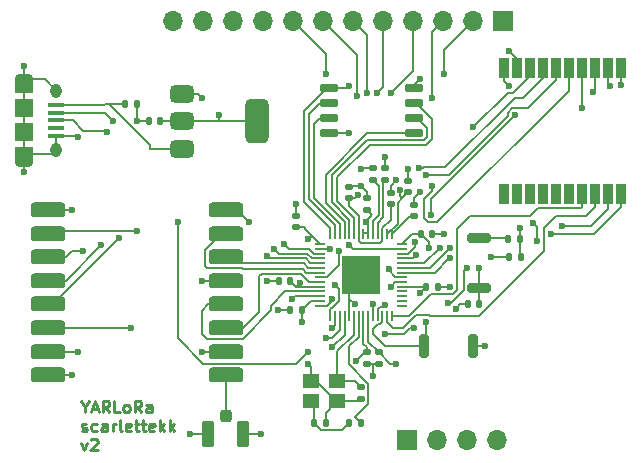
<source format=gbr>
%TF.GenerationSoftware,KiCad,Pcbnew,8.0.4*%
%TF.CreationDate,2024-08-04T16:14:02-04:00*%
%TF.ProjectId,board,626f6172-642e-46b6-9963-61645f706362,rev?*%
%TF.SameCoordinates,Original*%
%TF.FileFunction,Copper,L1,Top*%
%TF.FilePolarity,Positive*%
%FSLAX46Y46*%
G04 Gerber Fmt 4.6, Leading zero omitted, Abs format (unit mm)*
G04 Created by KiCad (PCBNEW 8.0.4) date 2024-08-04 16:14:02*
%MOMM*%
%LPD*%
G01*
G04 APERTURE LIST*
G04 Aperture macros list*
%AMRoundRect*
0 Rectangle with rounded corners*
0 $1 Rounding radius*
0 $2 $3 $4 $5 $6 $7 $8 $9 X,Y pos of 4 corners*
0 Add a 4 corners polygon primitive as box body*
4,1,4,$2,$3,$4,$5,$6,$7,$8,$9,$2,$3,0*
0 Add four circle primitives for the rounded corners*
1,1,$1+$1,$2,$3*
1,1,$1+$1,$4,$5*
1,1,$1+$1,$6,$7*
1,1,$1+$1,$8,$9*
0 Add four rect primitives between the rounded corners*
20,1,$1+$1,$2,$3,$4,$5,0*
20,1,$1+$1,$4,$5,$6,$7,0*
20,1,$1+$1,$6,$7,$8,$9,0*
20,1,$1+$1,$8,$9,$2,$3,0*%
G04 Aperture macros list end*
%ADD10C,0.250000*%
%TA.AperFunction,NonConductor*%
%ADD11C,0.250000*%
%TD*%
%TA.AperFunction,SMDPad,CuDef*%
%ADD12RoundRect,0.200000X0.800000X-0.200000X0.800000X0.200000X-0.800000X0.200000X-0.800000X-0.200000X0*%
%TD*%
%TA.AperFunction,SMDPad,CuDef*%
%ADD13RoundRect,0.140000X-0.170000X0.140000X-0.170000X-0.140000X0.170000X-0.140000X0.170000X0.140000X0*%
%TD*%
%TA.AperFunction,SMDPad,CuDef*%
%ADD14RoundRect,0.135000X-0.185000X0.135000X-0.185000X-0.135000X0.185000X-0.135000X0.185000X0.135000X0*%
%TD*%
%TA.AperFunction,SMDPad,CuDef*%
%ADD15RoundRect,0.200000X0.200000X0.800000X-0.200000X0.800000X-0.200000X-0.800000X0.200000X-0.800000X0*%
%TD*%
%TA.AperFunction,ComponentPad*%
%ADD16R,1.700000X1.700000*%
%TD*%
%TA.AperFunction,ComponentPad*%
%ADD17O,1.700000X1.700000*%
%TD*%
%TA.AperFunction,SMDPad,CuDef*%
%ADD18RoundRect,0.140000X0.140000X0.170000X-0.140000X0.170000X-0.140000X-0.170000X0.140000X-0.170000X0*%
%TD*%
%TA.AperFunction,SMDPad,CuDef*%
%ADD19RoundRect,0.140000X0.170000X-0.140000X0.170000X0.140000X-0.170000X0.140000X-0.170000X-0.140000X0*%
%TD*%
%TA.AperFunction,SMDPad,CuDef*%
%ADD20RoundRect,0.135000X-0.135000X-0.185000X0.135000X-0.185000X0.135000X0.185000X-0.135000X0.185000X0*%
%TD*%
%TA.AperFunction,SMDPad,CuDef*%
%ADD21RoundRect,0.317500X-1.157500X-0.317500X1.157500X-0.317500X1.157500X0.317500X-1.157500X0.317500X0*%
%TD*%
%TA.AperFunction,SMDPad,CuDef*%
%ADD22RoundRect,0.140000X-0.140000X-0.170000X0.140000X-0.170000X0.140000X0.170000X-0.140000X0.170000X0*%
%TD*%
%TA.AperFunction,SMDPad,CuDef*%
%ADD23RoundRect,0.375000X-0.625000X-0.375000X0.625000X-0.375000X0.625000X0.375000X-0.625000X0.375000X0*%
%TD*%
%TA.AperFunction,SMDPad,CuDef*%
%ADD24RoundRect,0.500000X-0.500000X-1.400000X0.500000X-1.400000X0.500000X1.400000X-0.500000X1.400000X0*%
%TD*%
%TA.AperFunction,SMDPad,CuDef*%
%ADD25RoundRect,0.150000X-0.650000X-0.150000X0.650000X-0.150000X0.650000X0.150000X-0.650000X0.150000X0*%
%TD*%
%TA.AperFunction,SMDPad,CuDef*%
%ADD26R,1.350000X0.400000*%
%TD*%
%TA.AperFunction,ComponentPad*%
%ADD27O,1.550000X0.890000*%
%TD*%
%TA.AperFunction,SMDPad,CuDef*%
%ADD28R,1.550000X1.200000*%
%TD*%
%TA.AperFunction,ComponentPad*%
%ADD29O,0.950000X1.250000*%
%TD*%
%TA.AperFunction,SMDPad,CuDef*%
%ADD30R,1.550000X1.500000*%
%TD*%
%TA.AperFunction,SMDPad,CuDef*%
%ADD31R,0.900000X1.800000*%
%TD*%
%TA.AperFunction,SMDPad,CuDef*%
%ADD32RoundRect,0.050000X-0.387500X-0.050000X0.387500X-0.050000X0.387500X0.050000X-0.387500X0.050000X0*%
%TD*%
%TA.AperFunction,SMDPad,CuDef*%
%ADD33RoundRect,0.050000X-0.050000X-0.387500X0.050000X-0.387500X0.050000X0.387500X-0.050000X0.387500X0*%
%TD*%
%TA.AperFunction,HeatsinkPad*%
%ADD34R,3.200000X3.200000*%
%TD*%
%TA.AperFunction,SMDPad,CuDef*%
%ADD35R,1.400000X1.200000*%
%TD*%
%TA.AperFunction,SMDPad,CuDef*%
%ADD36RoundRect,0.135000X0.135000X0.185000X-0.135000X0.185000X-0.135000X-0.185000X0.135000X-0.185000X0*%
%TD*%
%TA.AperFunction,SMDPad,CuDef*%
%ADD37RoundRect,0.250000X-0.250000X0.275000X-0.250000X-0.275000X0.250000X-0.275000X0.250000X0.275000X0*%
%TD*%
%TA.AperFunction,SMDPad,CuDef*%
%ADD38RoundRect,0.250000X-0.275000X0.850000X-0.275000X-0.850000X0.275000X-0.850000X0.275000X0.850000X0*%
%TD*%
%TA.AperFunction,ViaPad*%
%ADD39C,0.600000*%
%TD*%
%TA.AperFunction,Conductor*%
%ADD40C,0.200000*%
%TD*%
G04 APERTURE END LIST*
D10*
D11*
X48593044Y-61168540D02*
X48593044Y-61644731D01*
X48259711Y-60644731D02*
X48593044Y-61168540D01*
X48593044Y-61168540D02*
X48926377Y-60644731D01*
X49212092Y-61359016D02*
X49688282Y-61359016D01*
X49116854Y-61644731D02*
X49450187Y-60644731D01*
X49450187Y-60644731D02*
X49783520Y-61644731D01*
X50688282Y-61644731D02*
X50354949Y-61168540D01*
X50116854Y-61644731D02*
X50116854Y-60644731D01*
X50116854Y-60644731D02*
X50497806Y-60644731D01*
X50497806Y-60644731D02*
X50593044Y-60692350D01*
X50593044Y-60692350D02*
X50640663Y-60739969D01*
X50640663Y-60739969D02*
X50688282Y-60835207D01*
X50688282Y-60835207D02*
X50688282Y-60978064D01*
X50688282Y-60978064D02*
X50640663Y-61073302D01*
X50640663Y-61073302D02*
X50593044Y-61120921D01*
X50593044Y-61120921D02*
X50497806Y-61168540D01*
X50497806Y-61168540D02*
X50116854Y-61168540D01*
X51593044Y-61644731D02*
X51116854Y-61644731D01*
X51116854Y-61644731D02*
X51116854Y-60644731D01*
X52069235Y-61644731D02*
X51973997Y-61597112D01*
X51973997Y-61597112D02*
X51926378Y-61549492D01*
X51926378Y-61549492D02*
X51878759Y-61454254D01*
X51878759Y-61454254D02*
X51878759Y-61168540D01*
X51878759Y-61168540D02*
X51926378Y-61073302D01*
X51926378Y-61073302D02*
X51973997Y-61025683D01*
X51973997Y-61025683D02*
X52069235Y-60978064D01*
X52069235Y-60978064D02*
X52212092Y-60978064D01*
X52212092Y-60978064D02*
X52307330Y-61025683D01*
X52307330Y-61025683D02*
X52354949Y-61073302D01*
X52354949Y-61073302D02*
X52402568Y-61168540D01*
X52402568Y-61168540D02*
X52402568Y-61454254D01*
X52402568Y-61454254D02*
X52354949Y-61549492D01*
X52354949Y-61549492D02*
X52307330Y-61597112D01*
X52307330Y-61597112D02*
X52212092Y-61644731D01*
X52212092Y-61644731D02*
X52069235Y-61644731D01*
X53402568Y-61644731D02*
X53069235Y-61168540D01*
X52831140Y-61644731D02*
X52831140Y-60644731D01*
X52831140Y-60644731D02*
X53212092Y-60644731D01*
X53212092Y-60644731D02*
X53307330Y-60692350D01*
X53307330Y-60692350D02*
X53354949Y-60739969D01*
X53354949Y-60739969D02*
X53402568Y-60835207D01*
X53402568Y-60835207D02*
X53402568Y-60978064D01*
X53402568Y-60978064D02*
X53354949Y-61073302D01*
X53354949Y-61073302D02*
X53307330Y-61120921D01*
X53307330Y-61120921D02*
X53212092Y-61168540D01*
X53212092Y-61168540D02*
X52831140Y-61168540D01*
X54259711Y-61644731D02*
X54259711Y-61120921D01*
X54259711Y-61120921D02*
X54212092Y-61025683D01*
X54212092Y-61025683D02*
X54116854Y-60978064D01*
X54116854Y-60978064D02*
X53926378Y-60978064D01*
X53926378Y-60978064D02*
X53831140Y-61025683D01*
X54259711Y-61597112D02*
X54164473Y-61644731D01*
X54164473Y-61644731D02*
X53926378Y-61644731D01*
X53926378Y-61644731D02*
X53831140Y-61597112D01*
X53831140Y-61597112D02*
X53783521Y-61501873D01*
X53783521Y-61501873D02*
X53783521Y-61406635D01*
X53783521Y-61406635D02*
X53831140Y-61311397D01*
X53831140Y-61311397D02*
X53926378Y-61263778D01*
X53926378Y-61263778D02*
X54164473Y-61263778D01*
X54164473Y-61263778D02*
X54259711Y-61216159D01*
X48354949Y-63207056D02*
X48450187Y-63254675D01*
X48450187Y-63254675D02*
X48640663Y-63254675D01*
X48640663Y-63254675D02*
X48735901Y-63207056D01*
X48735901Y-63207056D02*
X48783520Y-63111817D01*
X48783520Y-63111817D02*
X48783520Y-63064198D01*
X48783520Y-63064198D02*
X48735901Y-62968960D01*
X48735901Y-62968960D02*
X48640663Y-62921341D01*
X48640663Y-62921341D02*
X48497806Y-62921341D01*
X48497806Y-62921341D02*
X48402568Y-62873722D01*
X48402568Y-62873722D02*
X48354949Y-62778484D01*
X48354949Y-62778484D02*
X48354949Y-62730865D01*
X48354949Y-62730865D02*
X48402568Y-62635627D01*
X48402568Y-62635627D02*
X48497806Y-62588008D01*
X48497806Y-62588008D02*
X48640663Y-62588008D01*
X48640663Y-62588008D02*
X48735901Y-62635627D01*
X49640663Y-63207056D02*
X49545425Y-63254675D01*
X49545425Y-63254675D02*
X49354949Y-63254675D01*
X49354949Y-63254675D02*
X49259711Y-63207056D01*
X49259711Y-63207056D02*
X49212092Y-63159436D01*
X49212092Y-63159436D02*
X49164473Y-63064198D01*
X49164473Y-63064198D02*
X49164473Y-62778484D01*
X49164473Y-62778484D02*
X49212092Y-62683246D01*
X49212092Y-62683246D02*
X49259711Y-62635627D01*
X49259711Y-62635627D02*
X49354949Y-62588008D01*
X49354949Y-62588008D02*
X49545425Y-62588008D01*
X49545425Y-62588008D02*
X49640663Y-62635627D01*
X50497806Y-63254675D02*
X50497806Y-62730865D01*
X50497806Y-62730865D02*
X50450187Y-62635627D01*
X50450187Y-62635627D02*
X50354949Y-62588008D01*
X50354949Y-62588008D02*
X50164473Y-62588008D01*
X50164473Y-62588008D02*
X50069235Y-62635627D01*
X50497806Y-63207056D02*
X50402568Y-63254675D01*
X50402568Y-63254675D02*
X50164473Y-63254675D01*
X50164473Y-63254675D02*
X50069235Y-63207056D01*
X50069235Y-63207056D02*
X50021616Y-63111817D01*
X50021616Y-63111817D02*
X50021616Y-63016579D01*
X50021616Y-63016579D02*
X50069235Y-62921341D01*
X50069235Y-62921341D02*
X50164473Y-62873722D01*
X50164473Y-62873722D02*
X50402568Y-62873722D01*
X50402568Y-62873722D02*
X50497806Y-62826103D01*
X50973997Y-63254675D02*
X50973997Y-62588008D01*
X50973997Y-62778484D02*
X51021616Y-62683246D01*
X51021616Y-62683246D02*
X51069235Y-62635627D01*
X51069235Y-62635627D02*
X51164473Y-62588008D01*
X51164473Y-62588008D02*
X51259711Y-62588008D01*
X51735902Y-63254675D02*
X51640664Y-63207056D01*
X51640664Y-63207056D02*
X51593045Y-63111817D01*
X51593045Y-63111817D02*
X51593045Y-62254675D01*
X52497807Y-63207056D02*
X52402569Y-63254675D01*
X52402569Y-63254675D02*
X52212093Y-63254675D01*
X52212093Y-63254675D02*
X52116855Y-63207056D01*
X52116855Y-63207056D02*
X52069236Y-63111817D01*
X52069236Y-63111817D02*
X52069236Y-62730865D01*
X52069236Y-62730865D02*
X52116855Y-62635627D01*
X52116855Y-62635627D02*
X52212093Y-62588008D01*
X52212093Y-62588008D02*
X52402569Y-62588008D01*
X52402569Y-62588008D02*
X52497807Y-62635627D01*
X52497807Y-62635627D02*
X52545426Y-62730865D01*
X52545426Y-62730865D02*
X52545426Y-62826103D01*
X52545426Y-62826103D02*
X52069236Y-62921341D01*
X52831141Y-62588008D02*
X53212093Y-62588008D01*
X52973998Y-62254675D02*
X52973998Y-63111817D01*
X52973998Y-63111817D02*
X53021617Y-63207056D01*
X53021617Y-63207056D02*
X53116855Y-63254675D01*
X53116855Y-63254675D02*
X53212093Y-63254675D01*
X53402570Y-62588008D02*
X53783522Y-62588008D01*
X53545427Y-62254675D02*
X53545427Y-63111817D01*
X53545427Y-63111817D02*
X53593046Y-63207056D01*
X53593046Y-63207056D02*
X53688284Y-63254675D01*
X53688284Y-63254675D02*
X53783522Y-63254675D01*
X54497808Y-63207056D02*
X54402570Y-63254675D01*
X54402570Y-63254675D02*
X54212094Y-63254675D01*
X54212094Y-63254675D02*
X54116856Y-63207056D01*
X54116856Y-63207056D02*
X54069237Y-63111817D01*
X54069237Y-63111817D02*
X54069237Y-62730865D01*
X54069237Y-62730865D02*
X54116856Y-62635627D01*
X54116856Y-62635627D02*
X54212094Y-62588008D01*
X54212094Y-62588008D02*
X54402570Y-62588008D01*
X54402570Y-62588008D02*
X54497808Y-62635627D01*
X54497808Y-62635627D02*
X54545427Y-62730865D01*
X54545427Y-62730865D02*
X54545427Y-62826103D01*
X54545427Y-62826103D02*
X54069237Y-62921341D01*
X54973999Y-63254675D02*
X54973999Y-62254675D01*
X55069237Y-62873722D02*
X55354951Y-63254675D01*
X55354951Y-62588008D02*
X54973999Y-62968960D01*
X55783523Y-63254675D02*
X55783523Y-62254675D01*
X55878761Y-62873722D02*
X56164475Y-63254675D01*
X56164475Y-62588008D02*
X55783523Y-62968960D01*
X48307330Y-64197952D02*
X48545425Y-64864619D01*
X48545425Y-64864619D02*
X48783520Y-64197952D01*
X49116854Y-63959857D02*
X49164473Y-63912238D01*
X49164473Y-63912238D02*
X49259711Y-63864619D01*
X49259711Y-63864619D02*
X49497806Y-63864619D01*
X49497806Y-63864619D02*
X49593044Y-63912238D01*
X49593044Y-63912238D02*
X49640663Y-63959857D01*
X49640663Y-63959857D02*
X49688282Y-64055095D01*
X49688282Y-64055095D02*
X49688282Y-64150333D01*
X49688282Y-64150333D02*
X49640663Y-64293190D01*
X49640663Y-64293190D02*
X49069235Y-64864619D01*
X49069235Y-64864619D02*
X49688282Y-64864619D01*
D12*
%TO.P,SW1,1,1*%
%TO.N,GND*%
X82000000Y-51100000D03*
%TO.P,SW1,2,2*%
%TO.N,Net-(R6-Pad1)*%
X82000000Y-46900000D03*
%TD*%
D13*
%TO.P,C5,1*%
%TO.N,GND*%
X66500000Y-45020000D03*
%TO.P,C5,2*%
%TO.N,+3V3*%
X66500000Y-45980000D03*
%TD*%
D14*
%TO.P,R2,1*%
%TO.N,Net-(J4-D+)*%
X73000000Y-40980000D03*
%TO.P,R2,2*%
%TO.N,Net-(U1-USB_DP)*%
X73000000Y-42000000D03*
%TD*%
D15*
%TO.P,SW2,1,1*%
%TO.N,GND*%
X81500000Y-56000000D03*
%TO.P,SW2,2,2*%
%TO.N,/RUN*%
X77300000Y-56000000D03*
%TD*%
D16*
%TO.P,J2,1,Pin_1*%
%TO.N,Net-(J2-Pin_1)*%
X75920000Y-64000000D03*
D17*
%TO.P,J2,2,Pin_2*%
%TO.N,Net-(J2-Pin_2)*%
X78460000Y-64000000D03*
%TO.P,J2,3,Pin_3*%
%TO.N,/BLE_SWCLK*%
X81000000Y-64000000D03*
%TO.P,J2,4,Pin_4*%
%TO.N,/BLE_SWDIO*%
X83540000Y-64000000D03*
%TD*%
D18*
%TO.P,C15,1*%
%TO.N,GND*%
X69000000Y-62500000D03*
%TO.P,C15,2*%
%TO.N,Net-(C15-Pad2)*%
X68040000Y-62500000D03*
%TD*%
D19*
%TO.P,C16,1*%
%TO.N,GND*%
X72000000Y-60480000D03*
%TO.P,C16,2*%
%TO.N,Net-(U1-XIN)*%
X72000000Y-59520000D03*
%TD*%
D20*
%TO.P,R8,1*%
%TO.N,+3V3*%
X65980000Y-53000000D03*
%TO.P,R8,2*%
%TO.N,Net-(U1-GPIO10)*%
X67000000Y-53000000D03*
%TD*%
D16*
%TO.P,J3,1,Pin_1*%
%TO.N,Net-(J3-Pin_1)*%
X84000000Y-28500000D03*
D17*
%TO.P,J3,2,Pin_2*%
%TO.N,Net-(J3-Pin_2)*%
X81460000Y-28500000D03*
%TO.P,J3,3,Pin_3*%
%TO.N,Net-(J3-Pin_3)*%
X78920000Y-28500000D03*
%TO.P,J3,4,Pin_4*%
%TO.N,Net-(J3-Pin_4)*%
X76380000Y-28500000D03*
%TO.P,J3,5,Pin_5*%
%TO.N,Net-(J3-Pin_5)*%
X73840000Y-28500000D03*
%TO.P,J3,6,Pin_6*%
%TO.N,Net-(J3-Pin_6)*%
X71300000Y-28500000D03*
%TO.P,J3,7,Pin_7*%
%TO.N,Net-(J3-Pin_7)*%
X68760000Y-28500000D03*
%TO.P,J3,8,Pin_8*%
%TO.N,Net-(J3-Pin_8)*%
X66220000Y-28500000D03*
%TO.P,J3,9,Pin_9*%
%TO.N,unconnected-(J3-Pin_9-Pad9)*%
X63680000Y-28500000D03*
%TO.P,J3,10,Pin_10*%
%TO.N,unconnected-(J3-Pin_10-Pad10)*%
X61140000Y-28500000D03*
%TO.P,J3,11,Pin_11*%
%TO.N,unconnected-(J3-Pin_11-Pad11)*%
X58600000Y-28500000D03*
%TO.P,J3,12,Pin_12*%
%TO.N,unconnected-(J3-Pin_12-Pad12)*%
X56060000Y-28500000D03*
%TD*%
D21*
%TO.P,U4,1,GND*%
%TO.N,GND*%
X45475000Y-44500000D03*
%TO.P,U4,2,MISO*%
%TO.N,Net-(U1-GPIO0)*%
X45475000Y-46500000D03*
%TO.P,U4,3,MOSI*%
%TO.N,Net-(U1-GPIO3)*%
X45475000Y-48500000D03*
%TO.P,U4,4,SCK*%
%TO.N,Net-(U1-GPIO2)*%
X45475000Y-50500000D03*
%TO.P,U4,5,NSS*%
%TO.N,Net-(U1-GPIO1)*%
X45475000Y-52500000D03*
%TO.P,U4,6,RESET*%
%TO.N,Net-(U1-GPIO10)*%
X45475000Y-54500000D03*
%TO.P,U4,7,DIO5*%
%TO.N,/DIO5*%
X45475000Y-56500000D03*
%TO.P,U4,8,GND*%
%TO.N,GND*%
X45475000Y-58500000D03*
%TO.P,U4,9,ANT*%
%TO.N,Net-(J1-In)*%
X60525000Y-58500000D03*
%TO.P,U4,10,GND*%
%TO.N,GND*%
X60525000Y-56500000D03*
%TO.P,U4,11,DIO3*%
%TO.N,/DIO3*%
X60525000Y-54500000D03*
%TO.P,U4,12,DIO4*%
%TO.N,/DIO4*%
X60525000Y-52500000D03*
%TO.P,U4,13,3.3V*%
%TO.N,+3V3*%
X60525000Y-50500000D03*
%TO.P,U4,14,DIO0*%
%TO.N,/DIO0*%
X60525000Y-48500000D03*
%TO.P,U4,15,DIO1*%
%TO.N,/DIO1*%
X60525000Y-46500000D03*
%TO.P,U4,16,DIO2*%
%TO.N,/DIO2*%
X60525000Y-44500000D03*
%TD*%
D13*
%TO.P,C9,1*%
%TO.N,+1V1*%
X73500000Y-56540000D03*
%TO.P,C9,2*%
%TO.N,GND*%
X73500000Y-57500000D03*
%TD*%
D19*
%TO.P,C11,1*%
%TO.N,+1V1*%
X74500000Y-44000000D03*
%TO.P,C11,2*%
%TO.N,GND*%
X74500000Y-43040000D03*
%TD*%
D22*
%TO.P,C12,1*%
%TO.N,VBUS*%
X52040000Y-35500000D03*
%TO.P,C12,2*%
%TO.N,GND*%
X53000000Y-35500000D03*
%TD*%
D23*
%TO.P,U3,1,GND*%
%TO.N,GND*%
X56850000Y-34700000D03*
%TO.P,U3,2,VO*%
%TO.N,+3V3*%
X56850000Y-37000000D03*
D24*
X63150000Y-37000000D03*
D23*
%TO.P,U3,3,VI*%
%TO.N,VBUS*%
X56850000Y-39300000D03*
%TD*%
D18*
%TO.P,C1,1*%
%TO.N,GND*%
X78000000Y-46500000D03*
%TO.P,C1,2*%
%TO.N,+3V3*%
X77040000Y-46500000D03*
%TD*%
D25*
%TO.P,U2,1,~{CS}*%
%TO.N,Net-(U1-QSPI_SS)*%
X69300000Y-34190000D03*
%TO.P,U2,2,DO(IO1)*%
%TO.N,Net-(U1-QSPI_SD1)*%
X69300000Y-35460000D03*
%TO.P,U2,3,IO2*%
%TO.N,Net-(U1-QSPI_SD2)*%
X69300000Y-36730000D03*
%TO.P,U2,4,GND*%
%TO.N,GND*%
X69300000Y-38000000D03*
%TO.P,U2,5,DI(IO0)*%
%TO.N,Net-(U1-QSPI_SD0)*%
X76500000Y-38000000D03*
%TO.P,U2,6,CLK*%
%TO.N,Net-(U1-QSPI_SCLK)*%
X76500000Y-36730000D03*
%TO.P,U2,7,IO3*%
%TO.N,Net-(U1-QSPI_SD3)*%
X76500000Y-35460000D03*
%TO.P,U2,8,VCC*%
%TO.N,+3V3*%
X76500000Y-34190000D03*
%TD*%
D14*
%TO.P,R1,1*%
%TO.N,Net-(J4-D-)*%
X73990000Y-40980000D03*
%TO.P,R1,2*%
%TO.N,Net-(U1-USB_DM)*%
X73990000Y-42000000D03*
%TD*%
D20*
%TO.P,R7,1*%
%TO.N,Net-(C15-Pad2)*%
X70980000Y-62500000D03*
%TO.P,R7,2*%
%TO.N,Net-(U1-XOUT)*%
X72000000Y-62500000D03*
%TD*%
D26*
%TO.P,J4,1,VBUS*%
%TO.N,VBUS*%
X46200000Y-35600000D03*
%TO.P,J4,2,D-*%
%TO.N,Net-(J4-D-)*%
X46200000Y-36250000D03*
%TO.P,J4,3,D+*%
%TO.N,Net-(J4-D+)*%
X46200000Y-36900000D03*
%TO.P,J4,4,ID*%
%TO.N,unconnected-(J4-ID-Pad4)*%
X46200000Y-37550000D03*
%TO.P,J4,5,GND*%
%TO.N,GND*%
X46200000Y-38200000D03*
D27*
%TO.P,J4,6,Shield*%
X43500000Y-33400000D03*
D28*
X43500000Y-34000000D03*
D29*
X46200000Y-34400000D03*
D30*
X43500000Y-35900000D03*
X43500000Y-37900000D03*
D29*
X46200000Y-39400000D03*
D28*
X43500000Y-39800000D03*
D27*
X43500000Y-40400000D03*
%TD*%
D31*
%TO.P,U5,1,GND*%
%TO.N,GND*%
X94000000Y-32500500D03*
%TO.P,U5,2,PA00*%
%TO.N,+3V3*%
X92900000Y-32500000D03*
%TO.P,U5,3,PA01*%
%TO.N,/BLE_SWCLK*%
X91800000Y-32500000D03*
%TO.P,U5,4,PA02*%
%TO.N,/BLE_SWDIO*%
X90700000Y-32500000D03*
%TO.P,U5,5,PA03*%
%TO.N,Net-(U1-GPIO11)*%
X89600000Y-32500000D03*
%TO.P,U5,6,PA04*%
%TO.N,Net-(U1-GPIO12)*%
X88500000Y-32500000D03*
%TO.P,U5,7,PA05*%
%TO.N,Net-(U1-GPIO13)*%
X87400000Y-32500000D03*
%TO.P,U5,8,PA06*%
%TO.N,Net-(U1-GPIO14)*%
X86300000Y-32500000D03*
%TO.P,U5,9,GND*%
%TO.N,GND*%
X85200000Y-32500000D03*
%TO.P,U5,10,VCC*%
%TO.N,+3V3*%
X84100000Y-32500000D03*
%TO.P,U5,11,PC00*%
%TO.N,unconnected-(U5-PC00-Pad11)*%
X84100000Y-43128000D03*
%TO.P,U5,12,PC01*%
%TO.N,unconnected-(U5-PC01-Pad12)*%
X85200000Y-43128000D03*
%TO.P,U5,13,PC02*%
%TO.N,unconnected-(U5-PC02-Pad13)*%
X86300000Y-43128000D03*
%TO.P,U5,14,PC03*%
%TO.N,unconnected-(U5-PC03-Pad14)*%
X87400000Y-43128000D03*
%TO.P,U5,15,PC04*%
%TO.N,unconnected-(U5-PC04-Pad15)*%
X88500000Y-43128000D03*
%TO.P,U5,16,PC05*%
%TO.N,unconnected-(U5-PC05-Pad16)*%
X89600000Y-43128000D03*
%TO.P,U5,17,PB02*%
%TO.N,/PB02*%
X90700000Y-43128000D03*
%TO.P,U5,18,PB01*%
%TO.N,/PB01*%
X91800000Y-43128000D03*
%TO.P,U5,19,RESET*%
%TO.N,/RUN*%
X92900000Y-43128000D03*
%TO.P,U5,20,PB00*%
%TO.N,/PB00*%
X94000000Y-43128000D03*
%TD*%
D18*
%TO.P,C13,1*%
%TO.N,+3V3*%
X54980000Y-37000000D03*
%TO.P,C13,2*%
%TO.N,GND*%
X54020000Y-37000000D03*
%TD*%
D32*
%TO.P,U1,1,IOVDD*%
%TO.N,+3V3*%
X68562500Y-47400000D03*
%TO.P,U1,2,GPIO0*%
%TO.N,Net-(U1-GPIO0)*%
X68562500Y-47800000D03*
%TO.P,U1,3,GPIO1*%
%TO.N,Net-(U1-GPIO1)*%
X68562500Y-48200000D03*
%TO.P,U1,4,GPIO2*%
%TO.N,Net-(U1-GPIO2)*%
X68562500Y-48600000D03*
%TO.P,U1,5,GPIO3*%
%TO.N,Net-(U1-GPIO3)*%
X68562500Y-49000000D03*
%TO.P,U1,6,GPIO4*%
%TO.N,/DIO0*%
X68562500Y-49400000D03*
%TO.P,U1,7,GPIO5*%
%TO.N,/DIO1*%
X68562500Y-49800000D03*
%TO.P,U1,8,GPIO6*%
%TO.N,/DIO2*%
X68562500Y-50200000D03*
%TO.P,U1,9,GPIO7*%
%TO.N,/DIO3*%
X68562500Y-50600000D03*
%TO.P,U1,10,IOVDD*%
%TO.N,+3V3*%
X68562500Y-51000000D03*
%TO.P,U1,11,GPIO8*%
%TO.N,/DIO4*%
X68562500Y-51400000D03*
%TO.P,U1,12,GPIO9*%
%TO.N,/DIO5*%
X68562500Y-51800000D03*
%TO.P,U1,13,GPIO10*%
%TO.N,Net-(U1-GPIO10)*%
X68562500Y-52200000D03*
%TO.P,U1,14,GPIO11*%
%TO.N,Net-(U1-GPIO11)*%
X68562500Y-52600000D03*
D33*
%TO.P,U1,15,GPIO12*%
%TO.N,Net-(U1-GPIO12)*%
X69400000Y-53437500D03*
%TO.P,U1,16,GPIO13*%
%TO.N,Net-(U1-GPIO13)*%
X69800000Y-53437500D03*
%TO.P,U1,17,GPIO14*%
%TO.N,Net-(U1-GPIO14)*%
X70200000Y-53437500D03*
%TO.P,U1,18,GPIO15*%
%TO.N,/PB00*%
X70600000Y-53437500D03*
%TO.P,U1,19,TESTEN*%
%TO.N,GND*%
X71000000Y-53437500D03*
%TO.P,U1,20,XIN*%
%TO.N,Net-(U1-XIN)*%
X71400000Y-53437500D03*
%TO.P,U1,21,XOUT*%
%TO.N,Net-(U1-XOUT)*%
X71800000Y-53437500D03*
%TO.P,U1,22,IOVDD*%
%TO.N,+3V3*%
X72200000Y-53437500D03*
%TO.P,U1,23,DVDD*%
%TO.N,+1V1*%
X72600000Y-53437500D03*
%TO.P,U1,24,SWCLK*%
%TO.N,Net-(J2-Pin_2)*%
X73000000Y-53437500D03*
%TO.P,U1,25,SWD*%
%TO.N,Net-(J2-Pin_1)*%
X73400000Y-53437500D03*
%TO.P,U1,26,RUN*%
%TO.N,/RUN*%
X73800000Y-53437500D03*
%TO.P,U1,27,GPIO16*%
%TO.N,/PB01*%
X74200000Y-53437500D03*
%TO.P,U1,28,GPIO17*%
%TO.N,/PB02*%
X74600000Y-53437500D03*
D32*
%TO.P,U1,29,GPIO18*%
%TO.N,unconnected-(U1-GPIO18-Pad29)*%
X75437500Y-52600000D03*
%TO.P,U1,30,GPIO19*%
%TO.N,unconnected-(U1-GPIO19-Pad30)*%
X75437500Y-52200000D03*
%TO.P,U1,31,GPIO20*%
%TO.N,unconnected-(U1-GPIO20-Pad31)*%
X75437500Y-51800000D03*
%TO.P,U1,32,GPIO21*%
%TO.N,unconnected-(U1-GPIO21-Pad32)*%
X75437500Y-51400000D03*
%TO.P,U1,33,IOVDD*%
%TO.N,+3V3*%
X75437500Y-51000000D03*
%TO.P,U1,34,GPIO22*%
%TO.N,Net-(J3-Pin_1)*%
X75437500Y-50600000D03*
%TO.P,U1,35,GPIO23*%
%TO.N,Net-(J3-Pin_2)*%
X75437500Y-50200000D03*
%TO.P,U1,36,GPIO24*%
%TO.N,Net-(J3-Pin_3)*%
X75437500Y-49800000D03*
%TO.P,U1,37,GPIO25*%
%TO.N,Net-(J3-Pin_4)*%
X75437500Y-49400000D03*
%TO.P,U1,38,GPIO26_ADC0*%
%TO.N,Net-(J3-Pin_5)*%
X75437500Y-49000000D03*
%TO.P,U1,39,GPIO27_ADC1*%
%TO.N,Net-(J3-Pin_6)*%
X75437500Y-48600000D03*
%TO.P,U1,40,GPIO28_ADC2*%
%TO.N,Net-(J3-Pin_7)*%
X75437500Y-48200000D03*
%TO.P,U1,41,GPIO29_ADC3*%
%TO.N,Net-(J3-Pin_8)*%
X75437500Y-47800000D03*
%TO.P,U1,42,IOVDD*%
%TO.N,+3V3*%
X75437500Y-47400000D03*
D33*
%TO.P,U1,43,ADC_AVDD*%
X74600000Y-46562500D03*
%TO.P,U1,44,VREG_IN*%
X74200000Y-46562500D03*
%TO.P,U1,45,VREG_VOUT*%
%TO.N,+1V1*%
X73800000Y-46562500D03*
%TO.P,U1,46,USB_DM*%
%TO.N,Net-(U1-USB_DM)*%
X73400000Y-46562500D03*
%TO.P,U1,47,USB_DP*%
%TO.N,Net-(U1-USB_DP)*%
X73000000Y-46562500D03*
%TO.P,U1,48,USB_VDD*%
%TO.N,+3V3*%
X72600000Y-46562500D03*
%TO.P,U1,49,IOVDD*%
X72200000Y-46562500D03*
%TO.P,U1,50,DVDD*%
%TO.N,+1V1*%
X71800000Y-46562500D03*
%TO.P,U1,51,QSPI_SD3*%
%TO.N,Net-(U1-QSPI_SD3)*%
X71400000Y-46562500D03*
%TO.P,U1,52,QSPI_SCLK*%
%TO.N,Net-(U1-QSPI_SCLK)*%
X71000000Y-46562500D03*
%TO.P,U1,53,QSPI_SD0*%
%TO.N,Net-(U1-QSPI_SD0)*%
X70600000Y-46562500D03*
%TO.P,U1,54,QSPI_SD2*%
%TO.N,Net-(U1-QSPI_SD2)*%
X70200000Y-46562500D03*
%TO.P,U1,55,QSPI_SD1*%
%TO.N,Net-(U1-QSPI_SD1)*%
X69800000Y-46562500D03*
%TO.P,U1,56,QSPI_SS*%
%TO.N,Net-(U1-QSPI_SS)*%
X69400000Y-46562500D03*
D34*
%TO.P,U1,57,GND*%
%TO.N,GND*%
X72000000Y-50000000D03*
%TD*%
D22*
%TO.P,C4,1*%
%TO.N,GND*%
X65020000Y-50500000D03*
%TO.P,C4,2*%
%TO.N,+3V3*%
X65980000Y-50500000D03*
%TD*%
D18*
%TO.P,C2,1*%
%TO.N,GND*%
X78480000Y-51000000D03*
%TO.P,C2,2*%
%TO.N,+3V3*%
X77520000Y-51000000D03*
%TD*%
D20*
%TO.P,R6,1*%
%TO.N,Net-(R6-Pad1)*%
X84480000Y-47000000D03*
%TO.P,R6,2*%
%TO.N,Net-(U1-QSPI_SS)*%
X85500000Y-47000000D03*
%TD*%
D35*
%TO.P,Y1,1,1*%
%TO.N,Net-(C15-Pad2)*%
X67800000Y-60700000D03*
%TO.P,Y1,2,2*%
%TO.N,GND*%
X70000000Y-60700000D03*
%TO.P,Y1,3,3*%
%TO.N,Net-(U1-XIN)*%
X70000000Y-59000000D03*
%TO.P,Y1,4,4*%
%TO.N,GND*%
X67800000Y-59000000D03*
%TD*%
D13*
%TO.P,C6,1*%
%TO.N,GND*%
X72500000Y-43520000D03*
%TO.P,C6,2*%
%TO.N,+3V3*%
X72500000Y-44480000D03*
%TD*%
%TO.P,C7,1*%
%TO.N,GND*%
X76500000Y-44040000D03*
%TO.P,C7,2*%
%TO.N,+3V3*%
X76500000Y-45000000D03*
%TD*%
D19*
%TO.P,C8,1*%
%TO.N,+3V3*%
X76000000Y-43000000D03*
%TO.P,C8,2*%
%TO.N,GND*%
X76000000Y-42040000D03*
%TD*%
D36*
%TO.P,R5,1*%
%TO.N,Net-(U1-QSPI_SS)*%
X85510000Y-48500000D03*
%TO.P,R5,2*%
%TO.N,+3V3*%
X84490000Y-48500000D03*
%TD*%
D19*
%TO.P,C10,1*%
%TO.N,+1V1*%
X71000000Y-43480000D03*
%TO.P,C10,2*%
%TO.N,GND*%
X71000000Y-42520000D03*
%TD*%
%TO.P,C3,1*%
%TO.N,GND*%
X72500000Y-57500000D03*
%TO.P,C3,2*%
%TO.N,+3V3*%
X72500000Y-56540000D03*
%TD*%
D22*
%TO.P,C14,1*%
%TO.N,+3V3*%
X81020000Y-52500000D03*
%TO.P,C14,2*%
%TO.N,GND*%
X81980000Y-52500000D03*
%TD*%
D37*
%TO.P,J1,1,In*%
%TO.N,Net-(J1-In)*%
X60525000Y-61975000D03*
D38*
%TO.P,J1,2,Ext*%
%TO.N,GND*%
X62000000Y-63500000D03*
X59050000Y-63500000D03*
%TD*%
D39*
%TO.N,GND*%
X76000000Y-41000000D03*
X71500000Y-52500000D03*
X64000000Y-50500000D03*
X47500000Y-44500000D03*
X82000000Y-49400000D03*
X77000000Y-43000000D03*
X53000000Y-37000000D03*
X72000000Y-42500000D03*
X75000000Y-42000000D03*
X57500000Y-63500000D03*
X73000000Y-58520000D03*
X71000000Y-38000000D03*
X58500000Y-56500000D03*
X47500000Y-58500000D03*
X66500000Y-44000000D03*
X58500000Y-35000000D03*
X43500000Y-32300000D03*
X94050000Y-33950000D03*
X43500000Y-41300000D03*
X48000000Y-38300000D03*
X79500000Y-51000000D03*
X67500000Y-57500000D03*
X82500000Y-56000000D03*
X84500000Y-31000000D03*
X79010000Y-46500000D03*
X63500000Y-63500000D03*
%TO.N,+3V3*%
X80000000Y-52900000D03*
X71600000Y-57300006D03*
X66825735Y-50674265D03*
X93100000Y-34000000D03*
X77000000Y-33400000D03*
X65000000Y-53000000D03*
X67500000Y-47000000D03*
X77764877Y-47745123D03*
X83000000Y-48500000D03*
X72400000Y-45500000D03*
X77000000Y-51500000D03*
X84500000Y-34000000D03*
X75304175Y-42810112D03*
X58500000Y-50500000D03*
X60000000Y-36500000D03*
%TO.N,+1V1*%
X71703866Y-43247251D03*
X56500000Y-45500000D03*
X67500000Y-56500000D03*
X75000000Y-57500000D03*
%TO.N,/BLE_SWCLK*%
X91600000Y-34500000D03*
%TO.N,/BLE_SWDIO*%
X90700000Y-35900000D03*
%TO.N,Net-(U1-QSPI_SS)*%
X85500000Y-46000000D03*
X71000000Y-34000000D03*
%TO.N,/RUN*%
X77500000Y-54000000D03*
X89000000Y-45900000D03*
%TO.N,Net-(J2-Pin_2)*%
X72977657Y-52477454D03*
%TO.N,Net-(J2-Pin_1)*%
X74043600Y-52510388D03*
%TO.N,Net-(U1-GPIO10)*%
X52500000Y-54500000D03*
X67000000Y-54000000D03*
%TO.N,Net-(U1-GPIO14)*%
X74000000Y-55000000D03*
X81500000Y-37500000D03*
X69000000Y-55300003D03*
X81000000Y-49400000D03*
X76500000Y-54500000D03*
X79375303Y-52400242D03*
%TO.N,Net-(U1-GPIO0)*%
X53000000Y-46300000D03*
X69387313Y-47815644D03*
%TO.N,Net-(U1-GPIO3)*%
X48500000Y-48000000D03*
X64000000Y-48400000D03*
%TO.N,Net-(U1-GPIO1)*%
X65500000Y-47400000D03*
X51500000Y-46900000D03*
%TO.N,/DIO2*%
X62500000Y-45500000D03*
X70175382Y-47953291D03*
%TO.N,/DIO5*%
X66171472Y-52000000D03*
X48000000Y-56500000D03*
%TO.N,Net-(U1-GPIO2)*%
X64624697Y-47800000D03*
X50000000Y-47500000D03*
%TO.N,Net-(J3-Pin_2)*%
X85000000Y-36500000D03*
X79000000Y-33000000D03*
X74328355Y-49468408D03*
X77954762Y-44954762D03*
%TO.N,Net-(J3-Pin_7)*%
X71674265Y-34825735D03*
X76551315Y-47206738D03*
%TO.N,Net-(J3-Pin_1)*%
X86523175Y-45567369D03*
X74500000Y-51000000D03*
X86900000Y-47099998D03*
%TO.N,Net-(J3-Pin_5)*%
X78679265Y-47679265D03*
X73348527Y-34600000D03*
%TO.N,Net-(J3-Pin_8)*%
X69000000Y-33000000D03*
X71000000Y-47500000D03*
%TO.N,Net-(J3-Pin_6)*%
X72500000Y-34600000D03*
X76684888Y-48335002D03*
%TO.N,Net-(J3-Pin_3)*%
X79500000Y-48582030D03*
X78000000Y-35000000D03*
%TO.N,Net-(J3-Pin_4)*%
X79500000Y-47707057D03*
X74500000Y-34600000D03*
%TO.N,Net-(U1-GPIO11)*%
X78000000Y-42500000D03*
X69500000Y-52000000D03*
%TO.N,Net-(U1-GPIO13)*%
X69500000Y-54500000D03*
X76934313Y-40934313D03*
%TO.N,Net-(U1-GPIO12)*%
X69775734Y-50875736D03*
X77500000Y-41500000D03*
%TO.N,/PB00*%
X69500000Y-56100006D03*
X88100000Y-46500000D03*
%TO.N,Net-(J4-D-)*%
X51000000Y-37000000D03*
X74000000Y-40000000D03*
%TO.N,Net-(J4-D+)*%
X50500000Y-37900000D03*
X72000000Y-41000000D03*
%TD*%
D40*
%TO.N,GND*%
X45475000Y-58500000D02*
X47500000Y-58500000D01*
X56850000Y-34700000D02*
X58200000Y-34700000D01*
X47900000Y-38200000D02*
X48000000Y-38300000D01*
X66500000Y-45020000D02*
X66500000Y-44000000D01*
X43500000Y-39800000D02*
X45800000Y-39800000D01*
X81980000Y-51120000D02*
X82000000Y-51100000D01*
X74500000Y-42500000D02*
X74500000Y-43010000D01*
X71000000Y-42500000D02*
X72000000Y-42500000D01*
X43500000Y-33400000D02*
X45200000Y-33400000D01*
X54020000Y-37000000D02*
X53000000Y-37000000D01*
X67800000Y-59000000D02*
X67800000Y-57800000D01*
X76500000Y-44010000D02*
X76500000Y-43500000D01*
X78480000Y-51000000D02*
X79500000Y-51000000D01*
X75000000Y-42000000D02*
X74500000Y-42500000D01*
X43500000Y-39800000D02*
X43500000Y-34000000D01*
X81500000Y-56000000D02*
X82500000Y-56000000D01*
X62000000Y-63500000D02*
X63500000Y-63500000D01*
X85200000Y-31700000D02*
X84500000Y-31000000D01*
X69900000Y-60700000D02*
X68200000Y-59000000D01*
X73000000Y-57500000D02*
X73000000Y-58520000D01*
X69000000Y-61700000D02*
X70000000Y-60700000D01*
X81980000Y-52500000D02*
X81980000Y-51120000D01*
X53000000Y-35500000D02*
X53000000Y-37000000D01*
X45475000Y-44500000D02*
X47500000Y-44500000D01*
X72500000Y-57500000D02*
X73000000Y-57500000D01*
X46200000Y-38200000D02*
X47900000Y-38200000D01*
X64000000Y-50500000D02*
X65020000Y-50500000D01*
X69300000Y-38000000D02*
X71000000Y-38000000D01*
X70000000Y-60700000D02*
X69900000Y-60700000D01*
X58200000Y-34700000D02*
X58500000Y-35000000D01*
X60525000Y-56500000D02*
X58500000Y-56500000D01*
X68200000Y-59000000D02*
X67800000Y-59000000D01*
X43500000Y-32300000D02*
X43500000Y-33400000D01*
X71000000Y-52000000D02*
X71000000Y-53437500D01*
X72500000Y-43510000D02*
X72500000Y-43000000D01*
X77990000Y-46500000D02*
X79010000Y-46500000D01*
X73000000Y-57500000D02*
X73500000Y-57500000D01*
X76500000Y-43500000D02*
X77000000Y-43000000D01*
X85200000Y-32500000D02*
X85200000Y-31700000D01*
X45200000Y-33400000D02*
X46200000Y-34400000D01*
X82000000Y-51100000D02*
X82000000Y-49400000D01*
X59050000Y-63500000D02*
X57500000Y-63500000D01*
X43500000Y-40400000D02*
X43500000Y-41300000D01*
X45800000Y-39800000D02*
X46200000Y-39400000D01*
X72500000Y-43000000D02*
X72000000Y-42500000D01*
X94050000Y-33950000D02*
X94000000Y-33900000D01*
X94000000Y-33900000D02*
X94000000Y-32500500D01*
X70000000Y-60700000D02*
X71780000Y-60700000D01*
X72000000Y-50000000D02*
X71000000Y-51000000D01*
X71780000Y-60700000D02*
X72000000Y-60480000D01*
X46200000Y-38200000D02*
X46200000Y-39400000D01*
X69000000Y-62500000D02*
X69000000Y-61700000D01*
X76000000Y-42010000D02*
X76000000Y-41000000D01*
X71000000Y-52000000D02*
X71500000Y-52500000D01*
X71000000Y-51000000D02*
X71000000Y-52000000D01*
X67800000Y-57800000D02*
X67500000Y-57500000D01*
%TO.N,+3V3*%
X65000000Y-53000000D02*
X65980000Y-53000000D01*
X66480000Y-51000000D02*
X65980000Y-50500000D01*
X72944314Y-44924314D02*
X72600000Y-45268628D01*
X60000000Y-37000000D02*
X63150000Y-37000000D01*
X76500000Y-33900000D02*
X77000000Y-33400000D01*
X67831250Y-46668750D02*
X67500000Y-47000000D01*
X67142500Y-45980000D02*
X67331250Y-46168750D01*
X77500000Y-51000000D02*
X77000000Y-51500000D01*
X66500000Y-45980000D02*
X67142500Y-45980000D01*
X72500000Y-56540000D02*
X72360006Y-56540000D01*
X60525000Y-50500000D02*
X58500000Y-50500000D01*
X72200000Y-46562500D02*
X72300000Y-46462500D01*
X72360006Y-56540000D02*
X71600000Y-57300006D01*
X84490000Y-48500000D02*
X83000000Y-48500000D01*
X77520000Y-51000000D02*
X77500000Y-51000000D01*
X72520000Y-56140000D02*
X72200000Y-55820000D01*
X77040000Y-46500000D02*
X76337500Y-46500000D01*
X67831250Y-46668750D02*
X68562500Y-47400000D01*
X84100000Y-33600000D02*
X84100000Y-32500000D01*
X66480000Y-51000000D02*
X66500000Y-51000000D01*
X75500000Y-43500000D02*
X76000000Y-43000000D01*
X66500000Y-51000000D02*
X66825735Y-50674265D01*
X77040000Y-46500000D02*
X77764877Y-47224877D01*
X74200000Y-46562500D02*
X75110000Y-45652500D01*
X72600000Y-45268628D02*
X72600000Y-45500000D01*
X92900000Y-33800000D02*
X93100000Y-34000000D01*
X92900000Y-32500000D02*
X92900000Y-33800000D01*
X68562500Y-51000000D02*
X66480000Y-51000000D01*
X72200000Y-55820000D02*
X72200000Y-53437500D01*
X75500000Y-43500000D02*
X75304175Y-43304175D01*
X72500000Y-56540000D02*
X72520000Y-56520000D01*
X54980000Y-37000000D02*
X56850000Y-37000000D01*
X72500000Y-56540000D02*
X72700000Y-56340000D01*
X60000000Y-37000000D02*
X60000000Y-36500000D01*
X75110000Y-45652500D02*
X75110000Y-43890000D01*
X72500000Y-46462500D02*
X72600000Y-46562500D01*
X76500000Y-45000000D02*
X76162500Y-45000000D01*
X67331250Y-46168750D02*
X67831250Y-46668750D01*
X75304175Y-43304175D02*
X75304175Y-42810112D01*
X76162500Y-45000000D02*
X74600000Y-46562500D01*
X80400000Y-52500000D02*
X80000000Y-52900000D01*
X72520000Y-56520000D02*
X72520000Y-56140000D01*
X75110000Y-43890000D02*
X75500000Y-43500000D01*
X56850000Y-37000000D02*
X60000000Y-37000000D01*
X72600000Y-45500000D02*
X72400000Y-45500000D01*
X76337500Y-46500000D02*
X75437500Y-47400000D01*
X72300000Y-46462500D02*
X72500000Y-46462500D01*
X72600000Y-46362500D02*
X72500000Y-46462500D01*
X77764877Y-47224877D02*
X77764877Y-47745123D01*
X72500000Y-44480000D02*
X72944314Y-44924314D01*
X76500000Y-34190000D02*
X76500000Y-33900000D01*
X81020000Y-52500000D02*
X80400000Y-52500000D01*
X75437500Y-51000000D02*
X77520000Y-51000000D01*
X72600000Y-45500000D02*
X72600000Y-46362500D01*
X84500000Y-34000000D02*
X84100000Y-33600000D01*
%TO.N,+1V1*%
X72003640Y-47300000D02*
X73596360Y-47300000D01*
X71800000Y-46562500D02*
X71800000Y-44984314D01*
X58651471Y-57500000D02*
X66500000Y-57500000D01*
X66500000Y-57500000D02*
X67500000Y-56500000D01*
X72600000Y-53437500D02*
X72600000Y-55640000D01*
X72600000Y-55640000D02*
X73500000Y-56540000D01*
X73800000Y-46028640D02*
X74500000Y-45328640D01*
X73800000Y-46562500D02*
X73800000Y-46028640D01*
X71000000Y-43480000D02*
X71471117Y-43480000D01*
X75000000Y-57500000D02*
X74460000Y-57500000D01*
X73800000Y-47096360D02*
X73800000Y-46562500D01*
X71800000Y-46562500D02*
X71800000Y-47096360D01*
X71800000Y-44984314D02*
X71000000Y-44184314D01*
X73596360Y-47300000D02*
X73800000Y-47096360D01*
X74460000Y-57500000D02*
X73500000Y-56540000D01*
X56500000Y-45500000D02*
X56500000Y-55348529D01*
X71471117Y-43480000D02*
X71703866Y-43247251D01*
X71000000Y-44184314D02*
X71000000Y-43490000D01*
X56500000Y-55348529D02*
X58651471Y-57500000D01*
X74500000Y-45328640D02*
X74500000Y-44000000D01*
X71800000Y-47096360D02*
X72003640Y-47300000D01*
%TO.N,/BLE_SWCLK*%
X91800000Y-34300000D02*
X91600000Y-34500000D01*
X91800000Y-32500000D02*
X91800000Y-34300000D01*
%TO.N,VBUS*%
X50348529Y-35500000D02*
X50500000Y-35500000D01*
X50248529Y-35600000D02*
X50348529Y-35500000D01*
X50500000Y-35500000D02*
X50651471Y-35500000D01*
X50500000Y-35500000D02*
X52040000Y-35500000D01*
X46200000Y-35600000D02*
X50248529Y-35600000D01*
X56850000Y-39300000D02*
X54148529Y-39300000D01*
X54148529Y-38997058D02*
X54148529Y-39300000D01*
X50651471Y-35500000D02*
X54148529Y-38997058D01*
%TO.N,/BLE_SWDIO*%
X90700000Y-35900000D02*
X90700000Y-32500000D01*
%TO.N,Net-(U1-USB_DM)*%
X73890000Y-45110000D02*
X73890000Y-42100000D01*
X73400000Y-46562500D02*
X73400000Y-45600000D01*
X73890000Y-42100000D02*
X73990000Y-42000000D01*
X73400000Y-45600000D02*
X73890000Y-45110000D01*
%TO.N,Net-(U1-USB_DP)*%
X73000000Y-45434314D02*
X73490000Y-44944314D01*
X73490000Y-44944314D02*
X73490000Y-42490000D01*
X73490000Y-42490000D02*
X73000000Y-42000000D01*
X73000000Y-46562500D02*
X73000000Y-45434314D01*
%TO.N,Net-(U1-QSPI_SD3)*%
X78000000Y-38506238D02*
X78000000Y-36789448D01*
X76670552Y-35460000D02*
X76500000Y-35460000D01*
X71400000Y-45150000D02*
X70000000Y-43750000D01*
X77506238Y-39000000D02*
X78000000Y-38506238D01*
X70000000Y-43750000D02*
X70000000Y-41750000D01*
X72750000Y-39000000D02*
X77506238Y-39000000D01*
X70000000Y-41750000D02*
X72750000Y-39000000D01*
X71400000Y-46562500D02*
X71400000Y-45150000D01*
X78000000Y-36789448D02*
X76670552Y-35460000D01*
%TO.N,Net-(U1-QSPI_SS)*%
X67200000Y-36119448D02*
X67200000Y-43851471D01*
X69400000Y-46051471D02*
X69400000Y-46562500D01*
X85500000Y-48490000D02*
X85510000Y-48500000D01*
X71000000Y-34000000D02*
X70810000Y-34190000D01*
X70810000Y-34190000D02*
X69300000Y-34190000D01*
X67200000Y-43851471D02*
X69400000Y-46051471D01*
X69300000Y-34190000D02*
X69129448Y-34190000D01*
X85500000Y-47000000D02*
X85500000Y-48490000D01*
X69129448Y-34190000D02*
X67200000Y-36119448D01*
X85500000Y-47000000D02*
X85500000Y-46000000D01*
%TO.N,Net-(U1-QSPI_SD2)*%
X68000000Y-43447058D02*
X70200000Y-45647058D01*
X69300000Y-36730000D02*
X68500000Y-36730001D01*
X68000000Y-37230001D02*
X68000000Y-43447058D01*
X70200000Y-45647058D02*
X70200000Y-46562500D01*
X68500000Y-36730001D02*
X68000000Y-37230001D01*
%TO.N,Net-(U1-QSPI_SCLK)*%
X77340552Y-38600000D02*
X77600000Y-38340552D01*
X77600000Y-38340552D02*
X77600000Y-37600000D01*
X69500000Y-43815686D02*
X69500000Y-41570736D01*
X71000000Y-46562500D02*
X71000000Y-45315686D01*
X76730000Y-36730000D02*
X76500000Y-36730000D01*
X77600000Y-37600000D02*
X76730000Y-36730000D01*
X72470736Y-38600000D02*
X77340552Y-38600000D01*
X71000000Y-45315686D02*
X69500000Y-43815686D01*
X69500000Y-41570736D02*
X72470736Y-38600000D01*
%TO.N,Net-(U1-QSPI_SD0)*%
X70600000Y-46562500D02*
X70600000Y-45481372D01*
X70600000Y-45481372D02*
X69000000Y-43881372D01*
X69000000Y-41500000D02*
X72500000Y-38000000D01*
X69000000Y-43881372D02*
X69000000Y-41500000D01*
X72500000Y-38000000D02*
X76500000Y-38000000D01*
%TO.N,Net-(U1-QSPI_SD1)*%
X69800000Y-46562500D02*
X69800000Y-45812744D01*
X67600000Y-36360001D02*
X68500001Y-35460000D01*
X69800000Y-45812744D02*
X67600000Y-43612744D01*
X68500001Y-35460000D02*
X69300000Y-35460000D01*
X67600000Y-43612744D02*
X67600000Y-36360001D01*
%TO.N,/RUN*%
X73000000Y-54585680D02*
X73410680Y-54175000D01*
X89000000Y-45900000D02*
X91439735Y-45900000D01*
X91439735Y-45900000D02*
X92900000Y-44439735D01*
X77500000Y-54000000D02*
X77500000Y-55800000D01*
X73596360Y-54175000D02*
X73800000Y-53971360D01*
X77300000Y-56000000D02*
X74000000Y-56000000D01*
X77500000Y-55800000D02*
X77300000Y-56000000D01*
X73410680Y-54175000D02*
X73596360Y-54175000D01*
X92900000Y-44439735D02*
X92900000Y-43128000D01*
X73800000Y-53971360D02*
X73800000Y-53437500D01*
X73000000Y-55000000D02*
X73000000Y-54585680D01*
X74000000Y-56000000D02*
X73000000Y-55000000D01*
%TO.N,Net-(C15-Pad2)*%
X68040000Y-62500000D02*
X68040000Y-60940000D01*
X68040000Y-60940000D02*
X67800000Y-60700000D01*
X68650000Y-63110000D02*
X68040000Y-62500000D01*
X70980000Y-62500000D02*
X70370000Y-63110000D01*
X70370000Y-63110000D02*
X68650000Y-63110000D01*
%TO.N,Net-(U1-XIN)*%
X71400000Y-55048535D02*
X71400000Y-55029552D01*
X70000000Y-59000000D02*
X70000000Y-56448535D01*
X70000000Y-59000000D02*
X71480000Y-59000000D01*
X71400000Y-55029552D02*
X71400000Y-53437500D01*
X71480000Y-59000000D02*
X72000000Y-59520000D01*
X70000000Y-56448535D02*
X71400000Y-55048535D01*
%TO.N,Net-(J1-In)*%
X60525000Y-61975000D02*
X60525000Y-58500000D01*
%TO.N,Net-(J2-Pin_2)*%
X73000000Y-52499797D02*
X72977657Y-52477454D01*
X73000000Y-53437500D02*
X73000000Y-52499797D01*
%TO.N,Net-(J2-Pin_1)*%
X73853988Y-52700000D02*
X73603640Y-52700000D01*
X74043600Y-52510388D02*
X73853988Y-52700000D01*
X73603640Y-52700000D02*
X73400000Y-52903640D01*
X73400000Y-52903640D02*
X73400000Y-53437500D01*
%TO.N,Net-(R6-Pad1)*%
X82000000Y-46900000D02*
X84380000Y-46900000D01*
X84380000Y-46900000D02*
X84480000Y-47000000D01*
%TO.N,Net-(U1-XOUT)*%
X71000000Y-57583866D02*
X72610000Y-59193866D01*
X71800000Y-55214221D02*
X71000000Y-56014221D01*
X71000000Y-56014221D02*
X71000000Y-57583866D01*
X71800000Y-53437500D02*
X71800000Y-55214221D01*
X72610000Y-59193866D02*
X72610000Y-60890000D01*
X71500000Y-62000000D02*
X72000000Y-62500000D01*
X72610000Y-60890000D02*
X71500000Y-62000000D01*
%TO.N,Net-(U1-GPIO10)*%
X67800000Y-52200000D02*
X68562500Y-52200000D01*
X67000000Y-53000000D02*
X67800000Y-52200000D01*
X45475000Y-54500000D02*
X52500000Y-54500000D01*
X67000000Y-54000000D02*
X67000000Y-53000000D01*
%TO.N,Net-(U1-GPIO14)*%
X70200000Y-54648529D02*
X70200000Y-53437500D01*
X84400000Y-34600000D02*
X81500000Y-37500000D01*
X76131372Y-54500000D02*
X75631372Y-55000000D01*
X84900000Y-34600000D02*
X84400000Y-34600000D01*
X80700000Y-51300000D02*
X79599758Y-52400242D01*
X81000000Y-49400000D02*
X80700000Y-49700000D01*
X75631372Y-55000000D02*
X74000000Y-55000000D01*
X76500000Y-54500000D02*
X76131372Y-54500000D01*
X80700000Y-49700000D02*
X80700000Y-51300000D01*
X79599758Y-52400242D02*
X79375303Y-52400242D01*
X69548526Y-55300003D02*
X70200000Y-54648529D01*
X86300000Y-33200000D02*
X84900000Y-34600000D01*
X69000000Y-55300003D02*
X69548526Y-55300003D01*
X86300000Y-32500000D02*
X86300000Y-33200000D01*
%TO.N,Net-(U1-GPIO0)*%
X45675000Y-46300000D02*
X45475000Y-46500000D01*
X69371669Y-47800000D02*
X69387313Y-47815644D01*
X53000000Y-46300000D02*
X45675000Y-46300000D01*
X68562500Y-47800000D02*
X69371669Y-47800000D01*
%TO.N,/DIO0*%
X60525000Y-48500000D02*
X61025000Y-49000000D01*
X67131372Y-49000000D02*
X67531372Y-49400000D01*
X67531372Y-49400000D02*
X68562500Y-49400000D01*
X61025000Y-49000000D02*
X67131372Y-49000000D01*
%TO.N,Net-(U1-GPIO3)*%
X67297058Y-48600000D02*
X67697058Y-49000000D01*
X48500000Y-48000000D02*
X47500000Y-48000000D01*
X47500000Y-48000000D02*
X47000000Y-48500000D01*
X47000000Y-48500000D02*
X45475000Y-48500000D01*
X64000000Y-48400000D02*
X64200000Y-48600000D01*
X64200000Y-48600000D02*
X67297058Y-48600000D01*
X67697058Y-49000000D02*
X68562500Y-49000000D01*
%TO.N,Net-(U1-GPIO1)*%
X68028430Y-48200000D02*
X67628430Y-47800000D01*
X67628430Y-47800000D02*
X65900000Y-47800000D01*
X51500000Y-46900000D02*
X45900000Y-52500000D01*
X45900000Y-52500000D02*
X45475000Y-52500000D01*
X68562500Y-48200000D02*
X68028430Y-48200000D01*
X65900000Y-47800000D02*
X65500000Y-47400000D01*
%TO.N,/DIO2*%
X70175382Y-48024618D02*
X70100000Y-48100000D01*
X62500000Y-45500000D02*
X61500000Y-44500000D01*
X70175382Y-47953291D02*
X70175382Y-48024618D01*
X70100000Y-48100000D02*
X70100000Y-49196360D01*
X70100000Y-49196360D02*
X69096360Y-50200000D01*
X61500000Y-44500000D02*
X60525000Y-44500000D01*
X69096360Y-50200000D02*
X68562500Y-50200000D01*
%TO.N,/DIO4*%
X61965000Y-55435000D02*
X64400000Y-53000000D01*
X65600000Y-51400000D02*
X68562500Y-51400000D01*
X58500000Y-53050000D02*
X58500000Y-55000000D01*
X58500000Y-55000000D02*
X58935000Y-55435000D01*
X59050000Y-52500000D02*
X58500000Y-53050000D01*
X60525000Y-52500000D02*
X59050000Y-52500000D01*
X58935000Y-55435000D02*
X61965000Y-55435000D01*
X64400000Y-52600000D02*
X65600000Y-51400000D01*
X64400000Y-53000000D02*
X64400000Y-52600000D01*
%TO.N,/DIO5*%
X66371472Y-51800000D02*
X66171472Y-52000000D01*
X48000000Y-56500000D02*
X45475000Y-56500000D01*
X68562500Y-51800000D02*
X66371472Y-51800000D01*
%TO.N,Net-(U1-GPIO2)*%
X68562500Y-48600000D02*
X67862744Y-48600000D01*
X67462744Y-48200000D02*
X65024697Y-48200000D01*
X50000000Y-47500000D02*
X47000000Y-50500000D01*
X47000000Y-50500000D02*
X45475000Y-50500000D01*
X67862744Y-48600000D02*
X67462744Y-48200000D01*
X65024697Y-48200000D02*
X64624697Y-47800000D01*
%TO.N,/DIO1*%
X61938278Y-49435000D02*
X61993278Y-49490000D01*
X58935000Y-49435000D02*
X61938278Y-49435000D01*
X67055686Y-49490000D02*
X67365686Y-49800000D01*
X58750000Y-49250000D02*
X58935000Y-49435000D01*
X60525000Y-46500000D02*
X60176722Y-46500000D01*
X61993278Y-49490000D02*
X67055686Y-49490000D01*
X60176722Y-46500000D02*
X58750000Y-47926722D01*
X58750000Y-47926722D02*
X58750000Y-49250000D01*
X67365686Y-49800000D02*
X68562500Y-49800000D01*
%TO.N,/DIO3*%
X60525000Y-54500000D02*
X62000000Y-54500000D01*
X63400000Y-50100000D02*
X63610000Y-49890000D01*
X63610000Y-49890000D02*
X66890000Y-49890000D01*
X67600000Y-50600000D02*
X68562500Y-50600000D01*
X62000000Y-54500000D02*
X63400000Y-53100000D01*
X63400000Y-53100000D02*
X63400000Y-50100000D01*
X66890000Y-49890000D02*
X67600000Y-50600000D01*
%TO.N,Net-(J3-Pin_2)*%
X79000000Y-33000000D02*
X79000000Y-30960000D01*
X85000000Y-36500000D02*
X77954762Y-43545238D01*
X74903640Y-50200000D02*
X75437500Y-50200000D01*
X79000000Y-30960000D02*
X81460000Y-28500000D01*
X77954762Y-43545238D02*
X77954762Y-44954762D01*
X74328355Y-49468408D02*
X74328355Y-49624715D01*
X74328355Y-49624715D02*
X74903640Y-50200000D01*
%TO.N,Net-(J3-Pin_7)*%
X76551315Y-47620045D02*
X76551315Y-47206738D01*
X71674265Y-34825735D02*
X71674265Y-31414265D01*
X75437500Y-48200000D02*
X75971360Y-48200000D01*
X71674265Y-31414265D02*
X68760000Y-28500000D01*
X75971360Y-48200000D02*
X76551315Y-47620045D01*
%TO.N,Net-(J3-Pin_1)*%
X86900000Y-47099998D02*
X86900000Y-45944194D01*
X74900000Y-50600000D02*
X74500000Y-51000000D01*
X86900000Y-45944194D02*
X86523175Y-45567369D01*
X75437500Y-50600000D02*
X74900000Y-50600000D01*
%TO.N,Net-(J3-Pin_5)*%
X73840000Y-34108527D02*
X73840000Y-28500000D01*
X73348527Y-34600000D02*
X73840000Y-34108527D01*
X78679265Y-47679265D02*
X77358530Y-49000000D01*
X77358530Y-49000000D02*
X75437500Y-49000000D01*
%TO.N,Net-(J3-Pin_8)*%
X71300000Y-47800000D02*
X75437500Y-47800000D01*
X69000000Y-33000000D02*
X69000000Y-31280000D01*
X71000000Y-47500000D02*
X71300000Y-47800000D01*
X69000000Y-31280000D02*
X66220000Y-28500000D01*
%TO.N,Net-(J3-Pin_6)*%
X72500000Y-29700000D02*
X71300000Y-28500000D01*
X76419890Y-48600000D02*
X76684888Y-48335002D01*
X75437500Y-48600000D02*
X76419890Y-48600000D01*
X72500000Y-34600000D02*
X72500000Y-29700000D01*
%TO.N,Net-(J3-Pin_3)*%
X79458985Y-48582030D02*
X78241015Y-49800000D01*
X78000000Y-29420000D02*
X78920000Y-28500000D01*
X78241015Y-49800000D02*
X75437500Y-49800000D01*
X79500000Y-48582030D02*
X79458985Y-48582030D01*
X78000000Y-35000000D02*
X78000000Y-29420000D01*
%TO.N,Net-(J3-Pin_4)*%
X74500000Y-34600000D02*
X76380000Y-32720000D01*
X76380000Y-32720000D02*
X76380000Y-28500000D01*
X79500000Y-47707057D02*
X77807057Y-49400000D01*
X77807057Y-49400000D02*
X75437500Y-49400000D01*
%TO.N,/PB01*%
X76665686Y-53400000D02*
X77748529Y-53400000D01*
X74728640Y-54500000D02*
X75565686Y-54500000D01*
X88500000Y-45000000D02*
X91028000Y-45000000D01*
X77848529Y-53500000D02*
X82000000Y-53500000D01*
X87500000Y-46000000D02*
X88500000Y-45000000D01*
X91800000Y-44228000D02*
X91800000Y-43128000D01*
X87500000Y-48000000D02*
X87500000Y-46000000D01*
X91028000Y-45000000D02*
X91800000Y-44228000D01*
X82000000Y-53500000D02*
X87500000Y-48000000D01*
X74200000Y-53437500D02*
X74200000Y-53971360D01*
X75565686Y-54500000D02*
X76665686Y-53400000D01*
X77748529Y-53400000D02*
X77848529Y-53500000D01*
X74200000Y-53971360D02*
X74728640Y-54500000D01*
%TO.N,Net-(U1-GPIO11)*%
X78445238Y-45554762D02*
X89600000Y-34400000D01*
X78000000Y-42934314D02*
X77354762Y-43579552D01*
X68562500Y-52600000D02*
X69096360Y-52600000D01*
X77354762Y-45203291D02*
X77706233Y-45554762D01*
X89600000Y-34400000D02*
X89600000Y-32500000D01*
X77706233Y-45554762D02*
X78445238Y-45554762D01*
X69500000Y-52196360D02*
X69500000Y-52000000D01*
X69096360Y-52600000D02*
X69500000Y-52196360D01*
X77354762Y-43579552D02*
X77354762Y-45203291D01*
X78000000Y-42500000D02*
X78000000Y-42934314D01*
%TO.N,Net-(U1-GPIO13)*%
X69800000Y-53437500D02*
X69800000Y-54200000D01*
X85750000Y-35000000D02*
X87400000Y-33350000D01*
X77251471Y-40900000D02*
X79100000Y-40900000D01*
X85000000Y-35000000D02*
X85750000Y-35000000D01*
X69800000Y-54200000D02*
X69500000Y-54500000D01*
X76934313Y-40934313D02*
X77217158Y-40934313D01*
X79100000Y-40900000D02*
X85000000Y-35000000D01*
X77217158Y-40934313D02*
X77251471Y-40900000D01*
X87400000Y-33350000D02*
X87400000Y-32500000D01*
%TO.N,Net-(U1-GPIO12)*%
X84751471Y-35900000D02*
X86100000Y-35900000D01*
X70100000Y-52248529D02*
X70100000Y-51200002D01*
X77500000Y-41500000D02*
X79434314Y-41500000D01*
X84400000Y-36251471D02*
X84751471Y-35900000D01*
X86100000Y-35900000D02*
X88500000Y-33500000D01*
X69603640Y-52700000D02*
X69648529Y-52700000D01*
X69648529Y-52700000D02*
X70100000Y-52248529D01*
X69400000Y-53437500D02*
X69400000Y-52903640D01*
X70100000Y-51200002D02*
X69775734Y-50875736D01*
X79434314Y-41500000D02*
X84400000Y-36534314D01*
X69400000Y-52903640D02*
X69603640Y-52700000D01*
X84400000Y-36534314D02*
X84400000Y-36251471D01*
X88500000Y-33500000D02*
X88500000Y-32500000D01*
%TO.N,/PB02*%
X90700000Y-44228000D02*
X90600000Y-44328000D01*
X80100000Y-51287352D02*
X80100000Y-47400000D01*
X79777352Y-51610000D02*
X80100000Y-51287352D01*
X90600000Y-44328000D02*
X87000000Y-44328000D01*
X80100000Y-47500000D02*
X80100000Y-46087352D01*
X80100000Y-46087352D02*
X81187352Y-45000000D01*
X77890000Y-51610000D02*
X79777352Y-51610000D01*
X81187352Y-45000000D02*
X86328000Y-45000000D01*
X87000000Y-44328000D02*
X86328000Y-45000000D01*
X74600000Y-53437500D02*
X76062500Y-53437500D01*
X90700000Y-44228000D02*
X90700000Y-43128000D01*
X76062500Y-53437500D02*
X77890000Y-51610000D01*
%TO.N,/PB00*%
X91728000Y-46500000D02*
X94000000Y-44228000D01*
X88100000Y-46500000D02*
X91728000Y-46500000D01*
X94000000Y-44228000D02*
X94000000Y-43128000D01*
X69500000Y-56100006D02*
X69548526Y-56100006D01*
X70600000Y-55048532D02*
X70600000Y-53437500D01*
X69548526Y-56100006D02*
X70600000Y-55048532D01*
%TO.N,Net-(J4-D-)*%
X50300000Y-36300000D02*
X51000000Y-37000000D01*
X73990000Y-40010000D02*
X74000000Y-40000000D01*
X46200000Y-36250000D02*
X48450000Y-36250000D01*
X73990000Y-40980000D02*
X73990000Y-40010000D01*
X48500000Y-36300000D02*
X50300000Y-36300000D01*
X48450000Y-36250000D02*
X48500000Y-36300000D01*
%TO.N,Net-(J4-D+)*%
X46200000Y-36900000D02*
X47600000Y-36900000D01*
X48500000Y-37800000D02*
X50400000Y-37800000D01*
X72020000Y-40980000D02*
X72000000Y-41000000D01*
X50400000Y-37800000D02*
X50500000Y-37900000D01*
X73000000Y-40980000D02*
X72020000Y-40980000D01*
X47600000Y-36900000D02*
X48500000Y-37800000D01*
%TD*%
M02*

</source>
